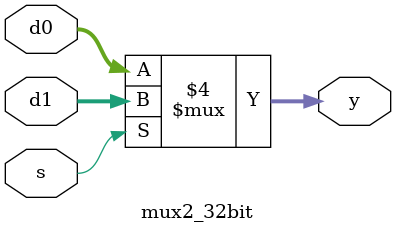
<source format=v>
module mux2_32bit(d0, d1, s, y); //Delcare module
input [31:0]d0, d1; //32bits input
input s;
output reg [31:0]y; //32bits output

always@(s, d0,d1)
begin
	if (s == 0) //if s is 0, output is d0
		y <= d0;
	else //else, output is d1
		y<= d1;
end
endmodule
</source>
